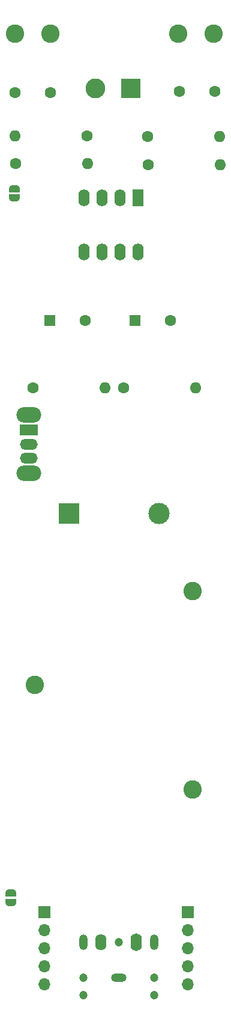
<source format=gbr>
%TF.GenerationSoftware,KiCad,Pcbnew,8.0.5*%
%TF.CreationDate,2025-02-18T01:30:19+08:00*%
%TF.ProjectId,troubleSeeker,74726f75-626c-4655-9365-656b65722e6b,rev?*%
%TF.SameCoordinates,Original*%
%TF.FileFunction,Soldermask,Bot*%
%TF.FilePolarity,Negative*%
%FSLAX46Y46*%
G04 Gerber Fmt 4.6, Leading zero omitted, Abs format (unit mm)*
G04 Created by KiCad (PCBNEW 8.0.5) date 2025-02-18 01:30:19*
%MOMM*%
%LPD*%
G01*
G04 APERTURE LIST*
G04 Aperture macros list*
%AMFreePoly0*
4,1,19,0.500000,-0.750000,0.000000,-0.750000,0.000000,-0.744911,-0.071157,-0.744911,-0.207708,-0.704816,-0.327430,-0.627875,-0.420627,-0.520320,-0.479746,-0.390866,-0.500000,-0.250000,-0.500000,0.250000,-0.479746,0.390866,-0.420627,0.520320,-0.327430,0.627875,-0.207708,0.704816,-0.071157,0.744911,0.000000,0.744911,0.000000,0.750000,0.500000,0.750000,0.500000,-0.750000,0.500000,-0.750000,
$1*%
%AMFreePoly1*
4,1,19,0.000000,0.744911,0.071157,0.744911,0.207708,0.704816,0.327430,0.627875,0.420627,0.520320,0.479746,0.390866,0.500000,0.250000,0.500000,-0.250000,0.479746,-0.390866,0.420627,-0.520320,0.327430,-0.627875,0.207708,-0.704816,0.071157,-0.744911,0.000000,-0.744911,0.000000,-0.750000,-0.500000,-0.750000,-0.500000,0.750000,0.000000,0.750000,0.000000,0.744911,0.000000,0.744911,
$1*%
G04 Aperture macros list end*
%ADD10R,1.700000X1.700000*%
%ADD11O,1.700000X1.700000*%
%ADD12C,2.600000*%
%ADD13C,1.600000*%
%ADD14O,1.600000X1.600000*%
%ADD15R,2.800000X2.800000*%
%ADD16C,2.800000*%
%ADD17R,1.600000X1.600000*%
%ADD18O,3.500000X2.200000*%
%ADD19R,2.500000X1.500000*%
%ADD20O,2.500000X1.500000*%
%ADD21R,1.600000X2.400000*%
%ADD22O,1.600000X2.400000*%
%ADD23C,1.200000*%
%ADD24O,1.200000X2.200000*%
%ADD25O,1.600000X2.300000*%
%ADD26O,2.200000X1.200000*%
%ADD27O,1.600000X2.500000*%
%ADD28FreePoly0,90.000000*%
%ADD29FreePoly1,90.000000*%
%ADD30R,3.000000X3.000000*%
%ADD31C,3.000000*%
G04 APERTURE END LIST*
D10*
%TO.C,j_breakout2*%
X153450000Y-167400000D03*
D11*
X153450000Y-169940000D03*
X153450000Y-172480000D03*
X153450000Y-175020000D03*
X153450000Y-177560000D03*
%TD*%
D10*
%TO.C,j_breakout1*%
X133200000Y-167400000D03*
D11*
X133200000Y-169940000D03*
X133200000Y-172480000D03*
X133200000Y-175020000D03*
X133200000Y-177560000D03*
%TD*%
D12*
%TO.C,L2*%
X157100000Y-43650000D03*
X152100000Y-43650000D03*
%TD*%
D13*
%TO.C,R4*%
X129120000Y-62000000D03*
D14*
X139280000Y-62000000D03*
%TD*%
D13*
%TO.C,R1*%
X131594749Y-93594749D03*
D14*
X141754749Y-93594749D03*
%TD*%
D13*
%TO.C,R6*%
X147820000Y-62125000D03*
D14*
X157980000Y-62125000D03*
%TD*%
D13*
%TO.C,R5*%
X147815000Y-58175000D03*
D14*
X157975000Y-58175000D03*
%TD*%
D13*
%TO.C,C5*%
X152250000Y-51825000D03*
X157250000Y-51825000D03*
%TD*%
D15*
%TO.C,J1*%
X145400000Y-51355000D03*
D16*
X140400000Y-51355000D03*
%TD*%
D13*
%TO.C,R2*%
X144354749Y-93594749D03*
D14*
X154514749Y-93594749D03*
%TD*%
D13*
%TO.C,R3*%
X139200000Y-58100000D03*
D14*
X129040000Y-58100000D03*
%TD*%
D13*
%TO.C,C4*%
X129025000Y-51950000D03*
X134025000Y-51950000D03*
%TD*%
D17*
%TO.C,C2*%
X145974749Y-84094749D03*
D13*
X150974749Y-84094749D03*
%TD*%
D17*
%TO.C,C1*%
X133974749Y-84094749D03*
D13*
X138974749Y-84094749D03*
%TD*%
D12*
%TO.C,L1*%
X134025000Y-43650000D03*
X129025000Y-43650000D03*
%TD*%
D18*
%TO.C,SW1*%
X131000000Y-97400000D03*
X131000000Y-105600000D03*
D19*
X131000000Y-99500000D03*
D20*
X131000000Y-101500000D03*
X131000000Y-103500000D03*
%TD*%
D21*
%TO.C,U1*%
X146400000Y-66800000D03*
D22*
X143860000Y-66800000D03*
X141320000Y-66800000D03*
X138780000Y-66800000D03*
X138780000Y-74420000D03*
X141320000Y-74420000D03*
X143860000Y-74420000D03*
X146400000Y-74420000D03*
%TD*%
D23*
%TO.C,J2*%
X138700000Y-176600000D03*
X138700000Y-179100000D03*
X143700000Y-171600000D03*
X148700000Y-176600000D03*
X148700000Y-179100000D03*
D24*
X138700000Y-171600000D03*
D25*
X141200000Y-171600000D03*
D26*
X143700000Y-176600000D03*
D24*
X148700000Y-171600000D03*
D27*
X146200000Y-171600000D03*
%TD*%
D28*
%TO.C,JP4*%
X128500000Y-166000000D03*
D29*
X128500000Y-164700000D03*
%TD*%
D12*
%TO.C,BT1*%
X154100000Y-150150000D03*
X131900000Y-135400000D03*
X154100000Y-122150000D03*
D30*
X136650000Y-111250000D03*
D31*
X149350000Y-111250000D03*
%TD*%
D28*
%TO.C,JP2*%
X129000000Y-66800000D03*
D29*
X129000000Y-65500000D03*
%TD*%
M02*

</source>
